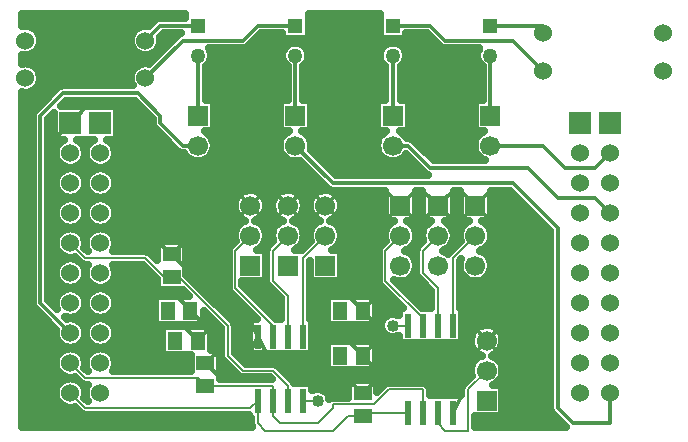
<source format=gtl>
G04 DipTrace 3.2.0.1*
G04 PCBTutorial.gtl*
%MOIN*%
G04 #@! TF.FileFunction,Copper,L1,Top*
G04 #@! TF.Part,Single*
G04 #@! TA.AperFunction,Conductor*
%ADD14C,0.006*%
G04 #@! TA.AperFunction,CopperBalancing*
%ADD15C,0.013*%
%ADD16C,0.025*%
%ADD17R,0.051181X0.059055*%
G04 #@! TA.AperFunction,ComponentPad*
%ADD18C,0.05*%
%ADD19R,0.05X0.05*%
%ADD20R,0.066929X0.066929*%
%ADD21C,0.066929*%
%ADD22R,0.059055X0.051181*%
G04 #@! TA.AperFunction,ComponentPad*
%ADD23C,0.06*%
%ADD24C,0.06*%
%ADD25R,0.023622X0.07874*%
G04 #@! TA.AperFunction,ComponentPad*
%ADD29R,0.074X0.074*%
G04 #@! TA.AperFunction,ViaPad*
%ADD30C,0.04*%
%FSLAX26Y26*%
G04*
G70*
G90*
G75*
G01*
G04 Top*
%LPD*%
X1394000Y544000D2*
D14*
X1444000D1*
X1744000Y794000D2*
X1694000D1*
X944197Y844000D2*
D3*
X969197Y744000D2*
D3*
X1519197Y844000D2*
D3*
Y694000D2*
D3*
X2019000Y1394000D2*
D15*
X2194000D1*
X2269000Y1319000D1*
X2369000D1*
X2419000Y1369000D1*
X1694000Y1394000D2*
X1744000D1*
X1819000Y1319000D1*
X2144000D1*
X2244000Y1219000D1*
X2369000D1*
X2419000Y1169000D1*
Y569000D2*
Y469000D1*
X2294000D1*
X2244000Y519000D1*
Y1119000D1*
X2094000Y1269000D1*
X1494000D1*
X1369000Y1394000D1*
X1044000D2*
X994000D1*
X919000Y1469000D1*
Y1494000D1*
X844000Y1569000D1*
X594000D1*
X519000Y1494000D1*
Y869000D1*
X619000Y769000D1*
X1294000Y756598D2*
D14*
Y794000D1*
X1169000Y919000D1*
Y1044000D1*
X1219000Y1094000D1*
X1344000Y756598D2*
Y894000D1*
X1294000Y944000D1*
Y1044000D1*
X1344000Y1094000D1*
X1394000Y756598D2*
Y1019000D1*
X1469000Y1094000D1*
X1894000Y794000D2*
Y1019000D1*
X1969000Y1094000D1*
X1844000Y794000D2*
Y919000D1*
X1794000Y969000D1*
Y1044000D1*
X1844000Y1094000D1*
X1794000Y794000D2*
Y819000D1*
X1669000Y944000D1*
Y1044000D1*
X1719000Y1094000D1*
X1844000Y502661D2*
Y469000D1*
X1869000Y444000D1*
X1944000D1*
Y581500D1*
X2006500Y644000D1*
X2019000Y1694000D2*
D15*
Y1494000D1*
X1694000Y1694000D2*
Y1494000D1*
X1369000Y1694000D2*
Y1494000D1*
X1044000Y1694000D2*
Y1494000D1*
X2194000Y1769000D2*
Y1794000D1*
X2019000D1*
X1694000D2*
X1819000D1*
X1869000Y1744000D1*
X2094000D1*
X2194000Y1644000D1*
X1369000Y1794000D2*
X1244000D1*
X1194000Y1744000D1*
X994000D1*
X869000Y1619000D1*
X1044000Y1794000D2*
X919000D1*
X869000Y1744000D1*
X956500Y956500D2*
D14*
X931500D1*
X869000Y1019000D1*
X669000D1*
X619000Y1069000D1*
X956500Y956500D2*
X981500D1*
X1144000Y794000D1*
Y694000D1*
X1194000Y644000D1*
X1294000D1*
X1344000Y594000D1*
Y544000D1*
X619000Y669000D2*
X669000Y619000D1*
X1044000D1*
X1069000Y594000D1*
X1294000D1*
Y544000D1*
Y494000D1*
X1319000Y469000D1*
X1444000D1*
X1494000Y519000D1*
Y531500D1*
X1631500D1*
X1681500Y581500D1*
X1794000D1*
Y502661D1*
X1744000D2*
X1602661D1*
X1594000Y494000D1*
X1544000D1*
X1494000Y444000D1*
X1269000D1*
X1244000Y469000D1*
Y544000D1*
X619000Y569000D2*
X669000Y519000D1*
X1219000D1*
X1244000Y544000D1*
D30*
X1444000D3*
X1694000Y794000D3*
X944197Y844000D3*
X969197Y744000D3*
X1519197Y844000D3*
Y694000D3*
X459018Y1806631D2*
D16*
X892917D1*
X1415583D2*
X1647382D1*
X502869Y1781762D2*
X835108D1*
X1415583D2*
X1647382D1*
X518873Y1756894D2*
X819139D1*
X920596D2*
X968202D1*
X1245600D2*
X1322415D1*
X1415583D2*
X1647382D1*
X1740585D2*
X1817402D1*
X519123Y1732025D2*
X818888D1*
X919125D2*
X943335D1*
X1220731D2*
X1344161D1*
X1393837D2*
X1669164D1*
X1718840D2*
X1842269D1*
X503945Y1707156D2*
X834031D1*
X903946D2*
X918467D1*
X1088606D2*
X1324425D1*
X1413609D2*
X1649392D1*
X1738576D2*
X1974395D1*
X459018Y1682287D2*
X893600D1*
X1089001D2*
X1323995D1*
X1414004D2*
X1648997D1*
X1739007D2*
X1974000D1*
X502079Y1657419D2*
X835933D1*
X1072100D2*
X1340895D1*
X1397102D2*
X1665899D1*
X1722105D2*
X1990902D1*
X518693Y1632550D2*
X819319D1*
X1072100D2*
X1340895D1*
X1397102D2*
X1665899D1*
X1722105D2*
X1990902D1*
X519268Y1607681D2*
X818709D1*
X1072100D2*
X1340895D1*
X1397102D2*
X1665899D1*
X1722105D2*
X1990902D1*
X504698Y1582812D2*
X569098D1*
X1072100D2*
X1340895D1*
X1397102D2*
X1665899D1*
X1722105D2*
X1990902D1*
X459018Y1557944D2*
X544231D1*
X1072100D2*
X1340895D1*
X1397102D2*
X1665899D1*
X1722105D2*
X1990902D1*
X459018Y1533075D2*
X519364D1*
X596777D2*
X841209D1*
X1099049D2*
X1313946D1*
X1424051D2*
X1638950D1*
X1749054D2*
X1963953D1*
X459018Y1508206D2*
X495213D1*
X777597D2*
X866076D1*
X1099049D2*
X1313946D1*
X1424051D2*
X1638950D1*
X1749054D2*
X1963953D1*
X459018Y1483337D2*
X490907D1*
X547114D2*
X560415D1*
X777597D2*
X890908D1*
X1099049D2*
X1313946D1*
X1424051D2*
X1638950D1*
X1749054D2*
X1963953D1*
X459018Y1458469D2*
X490907D1*
X547114D2*
X560415D1*
X777597D2*
X893168D1*
X1099049D2*
X1313946D1*
X1424051D2*
X1638950D1*
X1749054D2*
X1963953D1*
X459018Y1433600D2*
X490907D1*
X547114D2*
X560415D1*
X777597D2*
X915703D1*
X1081071D2*
X1331925D1*
X1406073D2*
X1656928D1*
X1731076D2*
X1981930D1*
X459018Y1408731D2*
X490907D1*
X547114D2*
X587651D1*
X650353D2*
X687660D1*
X750362D2*
X940572D1*
X1096967D2*
X1316028D1*
X1421970D2*
X1641031D1*
X1767966D2*
X1966034D1*
X459018Y1383862D2*
X490907D1*
X547114D2*
X569709D1*
X768303D2*
X965440D1*
X1098080D2*
X1314916D1*
X1423083D2*
X1639919D1*
X1792833D2*
X1964921D1*
X459018Y1358993D2*
X490907D1*
X547114D2*
X568417D1*
X769559D2*
X1002293D1*
X1085699D2*
X1327295D1*
X1442711D2*
X1652299D1*
X1817701D2*
X1977302D1*
X459018Y1334125D2*
X490907D1*
X547114D2*
X581945D1*
X656058D2*
X681954D1*
X756067D2*
X1390164D1*
X1467579D2*
X1765155D1*
X459018Y1309256D2*
X490907D1*
X547114D2*
X588404D1*
X649598D2*
X688378D1*
X749608D2*
X1415033D1*
X1492446D2*
X1790058D1*
X459018Y1284387D2*
X490907D1*
X547114D2*
X569888D1*
X768125D2*
X1439900D1*
X459018Y1259518D2*
X490907D1*
X547114D2*
X568310D1*
X769668D2*
X1464768D1*
X459018Y1234650D2*
X490907D1*
X547114D2*
X581407D1*
X656596D2*
X681416D1*
X756570D2*
X1183185D1*
X1254822D2*
X1308169D1*
X1379843D2*
X1433190D1*
X1504827D2*
X1663925D1*
X1774066D2*
X1788946D1*
X1899050D2*
X1913930D1*
X2024071D2*
X2089655D1*
X459018Y1209781D2*
X490907D1*
X547114D2*
X589157D1*
X648845D2*
X689167D1*
X748854D2*
X1166354D1*
X1271651D2*
X1291375D1*
X1396636D2*
X1416360D1*
X1521656D2*
X1663925D1*
X1774066D2*
X1788946D1*
X1899050D2*
X1913930D1*
X2024071D2*
X2114522D1*
X459018Y1184912D2*
X490907D1*
X547114D2*
X570067D1*
X767945D2*
X1164740D1*
X1273266D2*
X1289724D1*
X1398286D2*
X1414710D1*
X1523272D2*
X1663925D1*
X1774066D2*
X1788946D1*
X1899050D2*
X1913930D1*
X2024071D2*
X2139391D1*
X459018Y1160043D2*
X490907D1*
X547114D2*
X568238D1*
X769776D2*
X1176366D1*
X1261639D2*
X1301387D1*
X1386625D2*
X1426371D1*
X1511609D2*
X1663925D1*
X1774066D2*
X1788946D1*
X1899050D2*
X1913930D1*
X2024071D2*
X2164259D1*
X459018Y1135175D2*
X490907D1*
X547114D2*
X580904D1*
X657098D2*
X680913D1*
X757108D2*
X1183831D1*
X1254176D2*
X1308815D1*
X1379160D2*
X1433836D1*
X1504181D2*
X1683841D1*
X1754186D2*
X1808825D1*
X1879171D2*
X1933810D1*
X2004192D2*
X2189126D1*
X459018Y1110306D2*
X490907D1*
X547114D2*
X589948D1*
X648056D2*
X689957D1*
X748029D2*
X1166534D1*
X1271472D2*
X1291518D1*
X1396457D2*
X1416539D1*
X1521476D2*
X1666545D1*
X1771482D2*
X1791529D1*
X1896467D2*
X1916514D1*
X2021487D2*
X2213993D1*
X459018Y1085437D2*
X490907D1*
X547114D2*
X570247D1*
X767765D2*
X1164633D1*
X1273374D2*
X1289654D1*
X1398358D2*
X1414638D1*
X1523379D2*
X1664643D1*
X1773348D2*
X1789627D1*
X1898369D2*
X1914648D1*
X2023353D2*
X2215895D1*
X459018Y1060568D2*
X490907D1*
X547114D2*
X568130D1*
X769883D2*
X905369D1*
X1007615D2*
X1151822D1*
X1262070D2*
X1276807D1*
X1387055D2*
X1401827D1*
X1512075D2*
X1651797D1*
X1762080D2*
X1776816D1*
X1887066D2*
X1901802D1*
X2012050D2*
X2215895D1*
X459018Y1035699D2*
X490907D1*
X547114D2*
X580402D1*
X885969D2*
X905369D1*
X1007615D2*
X1144394D1*
X1524060D2*
X1644404D1*
X1753504D2*
X1769388D1*
X2003509D2*
X2215895D1*
X459018Y1010831D2*
X490907D1*
X547114D2*
X590773D1*
X1007615D2*
X1144394D1*
X1524060D2*
X1644404D1*
X2021308D2*
X2215895D1*
X459018Y985962D2*
X490907D1*
X547114D2*
X570427D1*
X767587D2*
X868301D1*
X1007615D2*
X1144394D1*
X1524060D2*
X1644404D1*
X2023461D2*
X2215895D1*
X459018Y961093D2*
X490907D1*
X547114D2*
X568058D1*
X769954D2*
X893168D1*
X1010665D2*
X1144394D1*
X1524060D2*
X1644404D1*
X2012480D2*
X2215895D1*
X459018Y936224D2*
X490907D1*
X547114D2*
X579936D1*
X658067D2*
X679945D1*
X758076D2*
X905369D1*
X1035533D2*
X1144394D1*
X1193604D2*
X1270814D1*
X1418597D2*
X1645803D1*
X1710514D2*
X1793037D1*
X1918608D2*
X2215895D1*
X459018Y911356D2*
X490907D1*
X547114D2*
X591669D1*
X646333D2*
X691678D1*
X746343D2*
X992891D1*
X1060402D2*
X1145757D1*
X1210396D2*
X1292883D1*
X1418597D2*
X1667873D1*
X1735383D2*
X1817904D1*
X1918608D2*
X2215895D1*
X459018Y886487D2*
X490907D1*
X547114D2*
X570606D1*
X767371D2*
X897008D1*
X1085269D2*
X1167755D1*
X1235265D2*
X1317751D1*
X1418597D2*
X1472017D1*
X1641186D2*
X1692776D1*
X1760251D2*
X1819411D1*
X1918608D2*
X2215895D1*
X459018Y861618D2*
X491983D1*
X770026D2*
X897008D1*
X1110136D2*
X1192622D1*
X1260133D2*
X1319402D1*
X1418597D2*
X1472017D1*
X1641186D2*
X1717643D1*
X1785154D2*
X1819411D1*
X1918608D2*
X2215895D1*
X459018Y836749D2*
X512545D1*
X658534D2*
X679478D1*
X758508D2*
X897008D1*
X1135004D2*
X1217490D1*
X1285000D2*
X1319402D1*
X1418597D2*
X1472017D1*
X1641186D2*
X1710575D1*
X1927399D2*
X2215895D1*
X459018Y811881D2*
X537413D1*
X645400D2*
X692576D1*
X745409D2*
X897008D1*
X1066178D2*
X1092362D1*
X1159871D2*
X1210600D1*
X1427424D2*
X1472017D1*
X1641186D2*
X1656713D1*
X1927399D2*
X2215895D1*
X459018Y787012D2*
X562281D1*
X767192D2*
X922020D1*
X1091190D2*
X1117230D1*
X1168592D2*
X1210600D1*
X1427424D2*
X1653016D1*
X1927399D2*
X1973785D1*
X2039214D2*
X2215895D1*
X459018Y762143D2*
X567878D1*
X770134D2*
X922020D1*
X1091190D2*
X1119382D1*
X1168592D2*
X1210600D1*
X1427424D2*
X1668841D1*
X1927399D2*
X1954659D1*
X2058340D2*
X2215895D1*
X459018Y737274D2*
X579038D1*
X658965D2*
X679012D1*
X758974D2*
X922020D1*
X1091190D2*
X1119382D1*
X1168592D2*
X1210600D1*
X1427424D2*
X1472017D1*
X1641186D2*
X1710575D1*
X1927399D2*
X1951860D1*
X2061139D2*
X2215895D1*
X459018Y712406D2*
X593535D1*
X644467D2*
X693545D1*
X744441D2*
X922020D1*
X1168592D2*
X1210600D1*
X1427424D2*
X1472017D1*
X1641186D2*
X1961979D1*
X2051020D2*
X2215895D1*
X459018Y687537D2*
X571037D1*
X766976D2*
X1017866D1*
X1184202D2*
X1472017D1*
X1641186D2*
X1974538D1*
X2038461D2*
X2215895D1*
X459018Y662668D2*
X567807D1*
X770206D2*
X1017866D1*
X1120113D2*
X1141594D1*
X1308325D2*
X1472017D1*
X1641186D2*
X1954874D1*
X2058125D2*
X2215895D1*
X459018Y637799D2*
X578572D1*
X1120113D2*
X1166462D1*
X1333946D2*
X1951787D1*
X2061211D2*
X2215895D1*
X459018Y612930D2*
X594576D1*
X1358814D2*
X1542887D1*
X1645134D2*
X1941669D1*
X2051415D2*
X2215895D1*
X459018Y588062D2*
X571252D1*
X1427424D2*
X1542887D1*
X1817593D2*
X1920390D1*
X2061570D2*
X2215895D1*
X459018Y563193D2*
X567735D1*
X1480570D2*
X1542887D1*
X1818598D2*
X1919385D1*
X2061570D2*
X2215895D1*
X459018Y538324D2*
X578177D1*
X2061570D2*
X2215895D1*
X459018Y513455D2*
X640795D1*
X2061570D2*
X2216505D1*
X459018Y488587D2*
X1210600D1*
X1968594D2*
X2235703D1*
X459018Y463718D2*
X1220038D1*
X1968594D2*
X2260571D1*
X1221909Y485530D2*
X1213089D1*
Y496906D1*
X667266Y496969D1*
X662171Y497982D1*
X657453Y500156D1*
X653369Y503378D1*
X634173Y522303D1*
X626681Y520504D1*
X619000Y519900D1*
X611319Y520504D1*
X603827Y522303D1*
X596709Y525252D1*
X590139Y529277D1*
X584281Y534281D1*
X579277Y540139D1*
X575252Y546709D1*
X572303Y553827D1*
X570504Y561319D1*
X569900Y569000D1*
X570504Y576681D1*
X572303Y584173D1*
X575252Y591291D1*
X579277Y597861D1*
X584281Y603719D1*
X590139Y608723D1*
X596709Y612748D1*
X603827Y615697D1*
X611319Y617496D1*
X619000Y618100D1*
X626681Y617496D1*
X634173Y615697D1*
X641291Y612748D1*
X647861Y608723D1*
X646877Y609869D1*
X634173Y622303D1*
X626681Y620504D1*
X619000Y619900D1*
X611319Y620504D1*
X603827Y622303D1*
X596709Y625252D1*
X590139Y629277D1*
X584281Y634281D1*
X579277Y640139D1*
X575252Y646709D1*
X572303Y653827D1*
X570504Y661319D1*
X569900Y669000D1*
X570504Y676681D1*
X572303Y684173D1*
X575252Y691291D1*
X579277Y697861D1*
X584281Y703719D1*
X590139Y708723D1*
X596709Y712748D1*
X603827Y715697D1*
X611319Y717496D1*
X619000Y718100D1*
X626681Y717496D1*
X634173Y715697D1*
X641291Y712748D1*
X647861Y708723D1*
X653719Y703719D1*
X658723Y697861D1*
X662748Y691291D1*
X665697Y684173D1*
X667496Y676681D1*
X668100Y669000D1*
X667496Y661319D1*
X665629Y653643D1*
X678186Y641100D1*
X678581D1*
X675252Y646709D1*
X672303Y653827D1*
X670504Y661319D1*
X669900Y669000D1*
X670504Y676681D1*
X672303Y684173D1*
X675252Y691291D1*
X679277Y697861D1*
X684281Y703719D1*
X690139Y708723D1*
X696709Y712748D1*
X703827Y715697D1*
X711319Y717496D1*
X719000Y718100D1*
X726681Y717496D1*
X734173Y715697D1*
X741291Y712748D1*
X747861Y708723D1*
X753719Y703719D1*
X758723Y697861D1*
X762748Y691291D1*
X765697Y684173D1*
X767496Y676681D1*
X768100Y669000D1*
X767496Y661319D1*
X765697Y653827D1*
X762748Y646709D1*
X759367Y641104D1*
X1020343Y641100D1*
X1020373Y695371D1*
X924507Y695373D1*
Y792627D1*
X1088690D1*
Y713488D1*
X1117627Y713493D1*
Y616119D1*
X1290657Y616100D1*
X1284814Y621900D1*
X1192266Y621969D1*
X1187171Y622982D1*
X1182453Y625156D1*
X1178373Y628373D1*
X1127196Y679647D1*
X1124308Y683967D1*
X1122510Y688841D1*
X1121900Y694007D1*
X1121877Y784869D1*
X1063690Y843021D1*
Y795373D1*
X899507D1*
Y892627D1*
X1014119D1*
X994932Y911815D1*
X907873Y911810D1*
Y948878D1*
X859814Y996900D1*
X759374D1*
X762748Y991291D1*
X765697Y984173D1*
X767496Y976681D1*
X768100Y969000D1*
X767496Y961319D1*
X765697Y953827D1*
X762748Y946709D1*
X758723Y940139D1*
X753719Y934281D1*
X747861Y929277D1*
X741291Y925252D1*
X734173Y922303D1*
X726681Y920504D1*
X719000Y919900D1*
X711319Y920504D1*
X703827Y922303D1*
X696709Y925252D1*
X690139Y929277D1*
X684281Y934281D1*
X679277Y940139D1*
X675252Y946709D1*
X672303Y953827D1*
X670504Y961319D1*
X669900Y969000D1*
X670504Y976681D1*
X672303Y984173D1*
X675252Y991291D1*
X678633Y996896D1*
X665543Y997172D1*
X660542Y998583D1*
X656336Y1000888D1*
X660865Y994655D1*
X664362Y987790D1*
X666743Y980462D1*
X667949Y972852D1*
Y965148D1*
X666743Y957538D1*
X664362Y950210D1*
X660865Y943345D1*
X656336Y937112D1*
X650888Y931664D1*
X644655Y927135D1*
X637790Y923638D1*
X630462Y921257D1*
X622852Y920051D1*
X615148D1*
X607538Y921257D1*
X600210Y923638D1*
X593345Y927135D1*
X587112Y931664D1*
X581664Y937112D1*
X577135Y943345D1*
X573638Y950210D1*
X571257Y957538D1*
X570051Y965148D1*
Y972852D1*
X571257Y980462D1*
X573638Y987790D1*
X577135Y994655D1*
X581664Y1000888D1*
X587112Y1006336D1*
X593345Y1010865D1*
X600210Y1014362D1*
X607538Y1016743D1*
X615148Y1017949D1*
X622852D1*
X630462Y1016743D1*
X637790Y1014362D1*
X644655Y1010865D1*
X648629Y1008117D1*
X634173Y1022303D1*
X626681Y1020504D1*
X619000Y1019900D1*
X611319Y1020504D1*
X603827Y1022303D1*
X596709Y1025252D1*
X590139Y1029277D1*
X584281Y1034281D1*
X579277Y1040139D1*
X575252Y1046709D1*
X572303Y1053827D1*
X570504Y1061319D1*
X569900Y1069000D1*
X570504Y1076681D1*
X572303Y1084173D1*
X575252Y1091291D1*
X579277Y1097861D1*
X584281Y1103719D1*
X590139Y1108723D1*
X596709Y1112748D1*
X603827Y1115697D1*
X611319Y1117496D1*
X619000Y1118100D1*
X626681Y1117496D1*
X634173Y1115697D1*
X641291Y1112748D1*
X647861Y1108723D1*
X653719Y1103719D1*
X658723Y1097861D1*
X662748Y1091291D1*
X665697Y1084173D1*
X667496Y1076681D1*
X668100Y1069000D1*
X667496Y1061319D1*
X665629Y1053643D1*
X678186Y1041100D1*
X678581D1*
X675252Y1046709D1*
X672303Y1053827D1*
X670504Y1061319D1*
X669900Y1069000D1*
X670504Y1076681D1*
X672303Y1084173D1*
X675252Y1091291D1*
X679277Y1097861D1*
X684281Y1103719D1*
X690139Y1108723D1*
X696709Y1112748D1*
X703827Y1115697D1*
X711319Y1117496D1*
X719000Y1118100D1*
X726681Y1117496D1*
X734173Y1115697D1*
X741291Y1112748D1*
X747861Y1108723D1*
X753719Y1103719D1*
X758723Y1097861D1*
X762748Y1091291D1*
X765697Y1084173D1*
X767496Y1076681D1*
X768100Y1069000D1*
X767496Y1061319D1*
X765697Y1053827D1*
X762748Y1046709D1*
X759367Y1041104D1*
X870734Y1041031D1*
X875829Y1040018D1*
X880547Y1037844D1*
X884631Y1034622D1*
X907895Y1011360D1*
X907873Y1075993D1*
X1005127D1*
Y964122D1*
X1160804Y808353D1*
X1163692Y804033D1*
X1165490Y799159D1*
X1166100Y794000D1*
X1166123Y703131D1*
X1203186Y666100D1*
X1295734Y666031D1*
X1300829Y665018D1*
X1305547Y662844D1*
X1309627Y659627D1*
X1360804Y608353D1*
X1363694Y604028D1*
X1368207Y602470D1*
X1424911D1*
Y578105D1*
X1429037Y580123D1*
X1434873Y582020D1*
X1440932Y582979D1*
X1447068D1*
X1453127Y582020D1*
X1458963Y580123D1*
X1464429Y577339D1*
X1469394Y573732D1*
X1473732Y569394D1*
X1477339Y564429D1*
X1480123Y558963D1*
X1482020Y553127D1*
X1482560Y550411D1*
X1487171Y552518D1*
X1492266Y553531D1*
X1545350Y553600D1*
X1545373Y613493D1*
X1642627D1*
Y573885D1*
X1667147Y598304D1*
X1671467Y601192D1*
X1676341Y602990D1*
X1681500Y603600D1*
X1795734Y603531D1*
X1800829Y602518D1*
X1805547Y600344D1*
X1809627Y597127D1*
X1812844Y593047D1*
X1815018Y588329D1*
X1816031Y583234D1*
X1816100Y561154D1*
X1921903Y561131D1*
X1921969Y583234D1*
X1922982Y588329D1*
X1925156Y593047D1*
X1928373Y597127D1*
X1957172Y625927D1*
X1955388Y631730D1*
X1954097Y639875D1*
Y648125D1*
X1955388Y656270D1*
X1957937Y664115D1*
X1961681Y671465D1*
X1966530Y678138D1*
X1972362Y683970D1*
X1979035Y688819D1*
X1986385Y692563D1*
X1990133Y694049D1*
X1983331Y696818D1*
X1976982Y700507D1*
X1971209Y705045D1*
X1966125Y710343D1*
X1961828Y716297D1*
X1958403Y722793D1*
X1955917Y729702D1*
X1954419Y736891D1*
X1953936Y744218D1*
X1954479Y751541D1*
X1956038Y758717D1*
X1958581Y765605D1*
X1962059Y772072D1*
X1966406Y777991D1*
X1971533Y783247D1*
X1977344Y787738D1*
X1983723Y791374D1*
X1990547Y794085D1*
X1997682Y795820D1*
X2004990Y796543D1*
X2012327Y796240D1*
X2019550Y794919D1*
X2026518Y792604D1*
X2033096Y789340D1*
X2039155Y785190D1*
X2044576Y780239D1*
X2049255Y774579D1*
X2053098Y768322D1*
X2056034Y761591D1*
X2058001Y754517D1*
X2058965Y747236D1*
X2058936Y740328D1*
X2057913Y733056D1*
X2055886Y725999D1*
X2052896Y719293D1*
X2049000Y713068D1*
X2044274Y707448D1*
X2038812Y702539D1*
X2032719Y698441D1*
X2026114Y695232D1*
X2022743Y693992D1*
X2030364Y690836D1*
X2037396Y686526D1*
X2043669Y681169D1*
X2049026Y674896D1*
X2053336Y667864D1*
X2056492Y660243D1*
X2058417Y652223D1*
X2059064Y644000D1*
X2058417Y635777D1*
X2056492Y627757D1*
X2053336Y620136D1*
X2049026Y613104D1*
X2043669Y606831D1*
X2037396Y601474D1*
X2030364Y597164D1*
X2029060Y596564D1*
X2059064D1*
Y491436D1*
X1966089D1*
X1966100Y456516D1*
X2270325Y456500D1*
X2224534Y502374D1*
X2222172Y505625D1*
X2220349Y509203D1*
X2219108Y513024D1*
X2218479Y516991D1*
X2218400Y638423D1*
Y1108398D1*
X2083373Y1243424D1*
X2021550Y1243400D1*
X2021564Y1141436D1*
X1991644D1*
X1996465Y1138819D1*
X2003138Y1133970D1*
X2008970Y1128138D1*
X2013819Y1121465D1*
X2017563Y1114115D1*
X2020112Y1106270D1*
X2021403Y1098125D1*
Y1089875D1*
X2020112Y1081730D1*
X2017563Y1073885D1*
X2013819Y1066535D1*
X2008970Y1059862D1*
X2003138Y1054030D1*
X1996465Y1049181D1*
X1989115Y1045437D1*
X1985243Y1043992D1*
X1992864Y1040836D1*
X1999896Y1036526D1*
X2006169Y1031169D1*
X2011526Y1024896D1*
X2015836Y1017864D1*
X2018992Y1010243D1*
X2020917Y1002223D1*
X2021564Y994000D1*
X2020917Y985777D1*
X2018992Y977757D1*
X2015836Y970136D1*
X2011526Y963104D1*
X2006169Y956831D1*
X1999896Y951474D1*
X1992864Y947164D1*
X1985243Y944008D1*
X1977223Y942083D1*
X1969000Y941436D1*
X1960777Y942083D1*
X1952757Y944008D1*
X1945136Y947164D1*
X1938104Y951474D1*
X1931831Y956831D1*
X1926474Y963104D1*
X1922164Y970136D1*
X1919008Y977757D1*
X1917083Y985777D1*
X1916436Y994000D1*
X1917083Y1002223D1*
X1919008Y1010243D1*
X1920497Y1014247D1*
X1916100Y1009814D1*
Y852462D1*
X1924911Y852470D1*
Y735530D1*
X1713089D1*
Y759895D1*
X1708963Y757877D1*
X1703127Y755980D1*
X1697068Y755021D1*
X1690932D1*
X1684873Y755980D1*
X1679037Y757877D1*
X1673571Y760661D1*
X1668606Y764268D1*
X1664268Y768606D1*
X1660661Y773571D1*
X1657877Y779037D1*
X1655980Y784873D1*
X1655021Y790932D1*
Y797068D1*
X1655980Y803127D1*
X1657877Y808963D1*
X1660661Y814429D1*
X1664268Y819394D1*
X1668606Y823732D1*
X1673571Y827339D1*
X1679037Y830123D1*
X1684873Y832020D1*
X1690932Y832979D1*
X1697068D1*
X1703127Y832020D1*
X1708963Y830123D1*
X1713080Y828094D1*
X1713089Y852470D1*
X1729273D1*
X1652196Y929647D1*
X1649308Y933967D1*
X1647510Y938841D1*
X1646900Y944000D1*
X1646969Y1045734D1*
X1647982Y1050829D1*
X1650156Y1055547D1*
X1653373Y1059627D1*
X1669638Y1075892D1*
X1667888Y1081730D1*
X1666597Y1089875D1*
Y1098125D1*
X1667888Y1106270D1*
X1670437Y1114115D1*
X1674181Y1121465D1*
X1679030Y1128138D1*
X1684862Y1133970D1*
X1691535Y1138819D1*
X1696236Y1141436D1*
X1666436D1*
Y1243396D1*
X1491991Y1243479D1*
X1488024Y1244108D1*
X1484203Y1245349D1*
X1480625Y1247172D1*
X1477374Y1249534D1*
X1391454Y1335343D1*
X1383360Y1343437D1*
X1377223Y1342083D1*
X1369000Y1341436D1*
X1360777Y1342083D1*
X1352757Y1344008D1*
X1345136Y1347164D1*
X1338104Y1351474D1*
X1331831Y1356831D1*
X1326474Y1363104D1*
X1322164Y1370136D1*
X1319008Y1377757D1*
X1317083Y1385777D1*
X1316436Y1394000D1*
X1317083Y1402223D1*
X1319008Y1410243D1*
X1322164Y1417864D1*
X1326474Y1424896D1*
X1331831Y1431169D1*
X1338104Y1436526D1*
X1345136Y1440836D1*
X1346440Y1441436D1*
X1316436D1*
Y1546564D1*
X1343385D1*
X1343400Y1658098D1*
X1337816Y1662816D1*
X1333323Y1668079D1*
X1329706Y1673979D1*
X1327059Y1680373D1*
X1325444Y1687101D1*
X1324900Y1694000D1*
X1325444Y1700899D1*
X1327059Y1707627D1*
X1329706Y1714021D1*
X1333323Y1719921D1*
X1337816Y1725184D1*
X1343079Y1729677D1*
X1348979Y1733294D1*
X1355373Y1735941D1*
X1362101Y1737556D1*
X1369000Y1738100D1*
X1375899Y1737556D1*
X1382627Y1735941D1*
X1389021Y1733294D1*
X1394921Y1729677D1*
X1400184Y1725184D1*
X1404677Y1719921D1*
X1408294Y1714021D1*
X1410941Y1707627D1*
X1412556Y1700899D1*
X1413100Y1694000D1*
X1412556Y1687101D1*
X1410941Y1680373D1*
X1408294Y1673979D1*
X1404677Y1668079D1*
X1400184Y1662816D1*
X1394596Y1658105D1*
X1394600Y1546552D1*
X1421564Y1546564D1*
Y1441436D1*
X1391673D1*
X1396465Y1438819D1*
X1403138Y1433970D1*
X1408970Y1428138D1*
X1413819Y1421465D1*
X1417563Y1414115D1*
X1420112Y1406270D1*
X1421403Y1398125D1*
Y1389875D1*
X1420112Y1381730D1*
X1419580Y1379623D1*
X1504609Y1294596D1*
X1811089Y1294652D1*
X1807378Y1296190D1*
X1803953Y1298289D1*
X1800892Y1300904D1*
X1737438Y1364358D1*
X1733970Y1359862D1*
X1728138Y1354030D1*
X1721465Y1349181D1*
X1714115Y1345437D1*
X1706270Y1342888D1*
X1698125Y1341597D1*
X1689875D1*
X1681730Y1342888D1*
X1673885Y1345437D1*
X1666535Y1349181D1*
X1659862Y1354030D1*
X1654030Y1359862D1*
X1649181Y1366535D1*
X1645437Y1373885D1*
X1642888Y1381730D1*
X1641597Y1389875D1*
Y1398125D1*
X1642888Y1406270D1*
X1645437Y1414115D1*
X1649181Y1421465D1*
X1654030Y1428138D1*
X1659862Y1433970D1*
X1666535Y1438819D1*
X1671440Y1441436D1*
X1641436D1*
Y1546564D1*
X1668385D1*
X1668400Y1658098D1*
X1662816Y1662816D1*
X1658323Y1668079D1*
X1654706Y1673979D1*
X1652059Y1680373D1*
X1650444Y1687101D1*
X1649900Y1694000D1*
X1650444Y1700899D1*
X1652059Y1707627D1*
X1654706Y1714021D1*
X1658323Y1719921D1*
X1662816Y1725184D1*
X1668079Y1729677D1*
X1673979Y1733294D1*
X1680373Y1735941D1*
X1687101Y1737556D1*
X1694000Y1738100D1*
X1700899Y1737556D1*
X1707627Y1735941D1*
X1714021Y1733294D1*
X1719921Y1729677D1*
X1725184Y1725184D1*
X1729677Y1719921D1*
X1733294Y1714021D1*
X1735941Y1707627D1*
X1737556Y1700899D1*
X1738100Y1694000D1*
X1737556Y1687101D1*
X1735941Y1680373D1*
X1733294Y1673979D1*
X1729677Y1668079D1*
X1725184Y1662816D1*
X1719596Y1658105D1*
X1719600Y1546552D1*
X1746564Y1546564D1*
Y1441436D1*
X1716673D1*
X1721465Y1438819D1*
X1728138Y1433970D1*
X1733970Y1428138D1*
X1738819Y1421465D1*
X1739932Y1419600D1*
X1748005Y1419285D1*
X1751911Y1418348D1*
X1755622Y1416810D1*
X1759047Y1414711D1*
X1762102Y1412102D1*
X1829622Y1344581D1*
X2001041Y1344600D1*
X1995136Y1347164D1*
X1988104Y1351474D1*
X1981831Y1356831D1*
X1976474Y1363104D1*
X1972164Y1370136D1*
X1969008Y1377757D1*
X1967083Y1385777D1*
X1966436Y1394000D1*
X1967083Y1402223D1*
X1969008Y1410243D1*
X1972164Y1417864D1*
X1976474Y1424896D1*
X1981831Y1431169D1*
X1988104Y1436526D1*
X1995136Y1440836D1*
X1996440Y1441436D1*
X1966436D1*
Y1546564D1*
X1993385D1*
X1993400Y1658098D1*
X1987816Y1662816D1*
X1983323Y1668079D1*
X1979706Y1673979D1*
X1977059Y1680373D1*
X1975444Y1687101D1*
X1974900Y1694000D1*
X1975444Y1700899D1*
X1977059Y1707627D1*
X1979706Y1714021D1*
X1982308Y1718403D1*
X1866991Y1718479D1*
X1863024Y1719108D1*
X1859203Y1720349D1*
X1855625Y1722172D1*
X1852374Y1724534D1*
X1808396Y1768399D1*
X1738081Y1768400D1*
X1738100Y1749900D1*
X1649900D1*
Y1831465D1*
X1413064Y1831500D1*
X1413100Y1749900D1*
X1324900D1*
Y1768381D1*
X1254636Y1768400D1*
X1210626Y1724534D1*
X1207377Y1722172D1*
X1203797Y1720349D1*
X1199976Y1719108D1*
X1196009Y1718479D1*
X1080714Y1718400D1*
X1083294Y1714021D1*
X1085941Y1707627D1*
X1087556Y1700899D1*
X1088100Y1694000D1*
X1087556Y1687101D1*
X1085941Y1680373D1*
X1083294Y1673979D1*
X1079677Y1668079D1*
X1075184Y1662816D1*
X1069596Y1658105D1*
X1069600Y1546552D1*
X1096564Y1546564D1*
Y1441436D1*
X1066673D1*
X1071465Y1438819D1*
X1078138Y1433970D1*
X1083970Y1428138D1*
X1088819Y1421465D1*
X1092563Y1414115D1*
X1095112Y1406270D1*
X1096403Y1398125D1*
Y1389875D1*
X1095112Y1381730D1*
X1092563Y1373885D1*
X1088819Y1366535D1*
X1083970Y1359862D1*
X1078138Y1354030D1*
X1071465Y1349181D1*
X1064115Y1345437D1*
X1056270Y1342888D1*
X1048125Y1341597D1*
X1039875D1*
X1031730Y1342888D1*
X1023885Y1345437D1*
X1016535Y1349181D1*
X1009862Y1354030D1*
X1004030Y1359862D1*
X999181Y1366535D1*
X998068Y1368400D1*
X989995Y1368715D1*
X986089Y1369654D1*
X982378Y1371190D1*
X978953Y1373289D1*
X975898Y1375898D1*
X899534Y1452374D1*
X897172Y1455623D1*
X895349Y1459203D1*
X894108Y1463024D1*
X893479Y1466991D1*
X893400Y1483390D1*
X833378Y1543419D1*
X604617Y1543400D1*
X586297Y1525093D1*
X775100Y1525100D1*
Y1412900D1*
X741291Y1412748D1*
X747861Y1408723D1*
X753719Y1403719D1*
X758723Y1397861D1*
X762748Y1391291D1*
X765697Y1384173D1*
X767496Y1376681D1*
X768100Y1369000D1*
X767496Y1361319D1*
X765697Y1353827D1*
X762748Y1346709D1*
X758723Y1340139D1*
X753719Y1334281D1*
X747861Y1329277D1*
X741291Y1325252D1*
X734173Y1322303D1*
X726681Y1320504D1*
X719000Y1319900D1*
X711319Y1320504D1*
X703827Y1322303D1*
X696709Y1325252D1*
X690139Y1329277D1*
X684281Y1334281D1*
X679277Y1340139D1*
X675252Y1346709D1*
X672303Y1353827D1*
X670504Y1361319D1*
X669900Y1369000D1*
X670504Y1376681D1*
X672303Y1384173D1*
X675252Y1391291D1*
X679277Y1397861D1*
X684281Y1403719D1*
X690139Y1408723D1*
X697024Y1412894D1*
X640988Y1412900D1*
X647861Y1408723D1*
X653719Y1403719D1*
X658723Y1397861D1*
X662748Y1391291D1*
X665697Y1384173D1*
X667496Y1376681D1*
X668100Y1369000D1*
X667496Y1361319D1*
X665697Y1353827D1*
X662748Y1346709D1*
X658723Y1340139D1*
X653719Y1334281D1*
X647861Y1329277D1*
X641291Y1325252D1*
X634173Y1322303D1*
X626681Y1320504D1*
X619000Y1319900D1*
X611319Y1320504D1*
X603827Y1322303D1*
X596709Y1325252D1*
X590139Y1329277D1*
X584281Y1334281D1*
X579277Y1340139D1*
X575252Y1346709D1*
X572303Y1353827D1*
X570504Y1361319D1*
X569900Y1369000D1*
X570504Y1376681D1*
X572303Y1384173D1*
X575252Y1391291D1*
X579277Y1397861D1*
X584281Y1403719D1*
X590139Y1408723D1*
X597024Y1412894D1*
X562900Y1412900D1*
Y1501698D1*
X544581Y1483378D1*
X544600Y879627D1*
X573412Y850791D1*
X571257Y857538D1*
X570051Y865148D1*
Y872852D1*
X571257Y880462D1*
X573638Y887790D1*
X577135Y894655D1*
X581664Y900888D1*
X587112Y906336D1*
X593345Y910865D1*
X600210Y914362D1*
X607538Y916743D1*
X615148Y917949D1*
X622852D1*
X630462Y916743D1*
X637790Y914362D1*
X644655Y910865D1*
X650888Y906336D1*
X656336Y900888D1*
X660865Y894655D1*
X664362Y887790D1*
X666743Y880462D1*
X667949Y872852D1*
Y865148D1*
X666743Y857538D1*
X664362Y850210D1*
X660865Y843345D1*
X656336Y837112D1*
X650888Y831664D1*
X644655Y827135D1*
X637790Y823638D1*
X630462Y821257D1*
X622852Y820051D1*
X615148D1*
X607538Y821257D1*
X600761Y823434D1*
X607538Y816743D1*
X615148Y817949D1*
X622852D1*
X630462Y816743D1*
X637790Y814362D1*
X644655Y810865D1*
X650888Y806336D1*
X656336Y800888D1*
X660865Y794655D1*
X664362Y787790D1*
X666743Y780462D1*
X667949Y772852D1*
Y765148D1*
X666743Y757538D1*
X664362Y750210D1*
X660865Y743345D1*
X656336Y737112D1*
X650888Y731664D1*
X644655Y727135D1*
X637790Y723638D1*
X630462Y721257D1*
X622852Y720051D1*
X615148D1*
X607538Y721257D1*
X600210Y723638D1*
X593345Y727135D1*
X587112Y731664D1*
X581664Y737112D1*
X577135Y743345D1*
X573638Y750210D1*
X571257Y757538D1*
X570051Y765148D1*
Y772852D1*
X571277Y780534D1*
X499534Y852374D1*
X497172Y855623D1*
X495349Y859203D1*
X494108Y863024D1*
X493479Y866991D1*
X493400Y988423D1*
X493479Y1496009D1*
X494108Y1499976D1*
X495349Y1503797D1*
X497172Y1507377D1*
X499534Y1510626D1*
X575898Y1587102D1*
X578953Y1589711D1*
X582378Y1591810D1*
X586089Y1593348D1*
X589995Y1594285D1*
X594008Y1594600D1*
X826421D1*
X823638Y1600210D1*
X821257Y1607538D1*
X820051Y1615148D1*
Y1622852D1*
X821257Y1630462D1*
X823638Y1637790D1*
X827135Y1644655D1*
X831664Y1650888D1*
X837112Y1656336D1*
X843345Y1660865D1*
X850210Y1664362D1*
X857538Y1666743D1*
X865148Y1667949D1*
X872852D1*
X880534Y1666723D1*
X977374Y1763466D1*
X980623Y1765828D1*
X984203Y1767651D1*
X986097Y1768349D1*
X929636Y1768400D1*
X916743Y1755462D1*
X917949Y1747852D1*
Y1740148D1*
X916743Y1732538D1*
X914362Y1725210D1*
X910865Y1718345D1*
X906336Y1712112D1*
X900888Y1706664D1*
X894655Y1702135D1*
X887790Y1698638D1*
X880462Y1696257D1*
X872852Y1695051D1*
X865148D1*
X857538Y1696257D1*
X850210Y1698638D1*
X843345Y1702135D1*
X837112Y1706664D1*
X831664Y1712112D1*
X827135Y1718345D1*
X823638Y1725210D1*
X821257Y1732538D1*
X820051Y1740148D1*
Y1747852D1*
X821257Y1755462D1*
X823638Y1762790D1*
X827135Y1769655D1*
X831664Y1775888D1*
X837112Y1781336D1*
X843345Y1785865D1*
X850210Y1789362D1*
X857538Y1791743D1*
X865148Y1792949D1*
X872852D1*
X880534Y1791723D1*
X902374Y1813466D1*
X905623Y1815828D1*
X909203Y1817651D1*
X913024Y1818892D1*
X916991Y1819521D1*
X999919Y1819600D1*
X999900Y1831465D1*
X456535Y1831500D1*
X456500Y1791501D1*
X465148Y1792949D1*
X472852D1*
X480462Y1791743D1*
X487790Y1789362D1*
X494655Y1785865D1*
X500888Y1781336D1*
X506336Y1775888D1*
X510865Y1769655D1*
X514362Y1762790D1*
X516743Y1755462D1*
X517949Y1747852D1*
Y1740148D1*
X516743Y1732538D1*
X514362Y1725210D1*
X510865Y1718345D1*
X506336Y1712112D1*
X500888Y1706664D1*
X494655Y1702135D1*
X487790Y1698638D1*
X480462Y1696257D1*
X472852Y1695051D1*
X465148D1*
X457538Y1696257D1*
X456509Y1696547D1*
X456500Y1666480D1*
X461319Y1667496D1*
X469000Y1668100D1*
X476681Y1667496D1*
X484173Y1665697D1*
X491291Y1662748D1*
X497861Y1658723D1*
X503719Y1653719D1*
X508723Y1647861D1*
X512748Y1641291D1*
X515697Y1634173D1*
X517496Y1626681D1*
X518100Y1619000D1*
X517496Y1611319D1*
X515697Y1603827D1*
X512748Y1596709D1*
X508723Y1590139D1*
X503719Y1584281D1*
X497861Y1579277D1*
X491291Y1575252D1*
X484173Y1572303D1*
X476681Y1570504D1*
X469000Y1569900D1*
X461319Y1570504D1*
X456509Y1571547D1*
X456500Y456466D1*
X1225808Y456500D1*
X1223583Y460543D1*
X1222172Y465543D1*
X1221900Y469000D1*
Y485542D1*
X1416091Y815068D2*
X1424911D1*
Y698129D1*
X1213089D1*
Y815068D1*
X1241675D1*
X1152196Y904647D1*
X1149308Y908967D1*
X1147510Y913841D1*
X1146900Y919000D1*
X1146969Y1045734D1*
X1147982Y1050829D1*
X1150156Y1055547D1*
X1153373Y1059627D1*
X1169638Y1075892D1*
X1167888Y1081730D1*
X1166597Y1089875D1*
Y1098125D1*
X1167888Y1106270D1*
X1170437Y1114115D1*
X1174181Y1121465D1*
X1179030Y1128138D1*
X1184862Y1133970D1*
X1191535Y1138819D1*
X1198885Y1142563D1*
X1202633Y1144049D1*
X1195831Y1146818D1*
X1189482Y1150507D1*
X1183709Y1155045D1*
X1178625Y1160343D1*
X1174328Y1166297D1*
X1170903Y1172793D1*
X1168417Y1179702D1*
X1166919Y1186891D1*
X1166436Y1194218D1*
X1166979Y1201541D1*
X1168538Y1208717D1*
X1171081Y1215605D1*
X1174559Y1222072D1*
X1178906Y1227991D1*
X1184033Y1233247D1*
X1189844Y1237738D1*
X1196223Y1241374D1*
X1203047Y1244085D1*
X1210182Y1245820D1*
X1217490Y1246543D1*
X1224827Y1246240D1*
X1232050Y1244919D1*
X1239018Y1242604D1*
X1245596Y1239340D1*
X1251655Y1235190D1*
X1257076Y1230239D1*
X1261755Y1224579D1*
X1265598Y1218322D1*
X1268534Y1211591D1*
X1270501Y1204517D1*
X1271465Y1197236D1*
X1271436Y1190328D1*
X1270413Y1183056D1*
X1268386Y1175999D1*
X1265396Y1169293D1*
X1261500Y1163068D1*
X1256774Y1157448D1*
X1251312Y1152539D1*
X1245219Y1148441D1*
X1238614Y1145232D1*
X1235243Y1143992D1*
X1242864Y1140836D1*
X1249896Y1136526D1*
X1256169Y1131169D1*
X1261526Y1124896D1*
X1265836Y1117864D1*
X1268992Y1110243D1*
X1270917Y1102223D1*
X1271564Y1094000D1*
X1270917Y1085777D1*
X1268992Y1077757D1*
X1265836Y1070136D1*
X1261526Y1063104D1*
X1256169Y1056831D1*
X1249896Y1051474D1*
X1242864Y1047164D1*
X1241560Y1046564D1*
X1271564D1*
Y941436D1*
X1191076D1*
X1191123Y928131D1*
X1304164Y815091D1*
X1321881Y815068D1*
X1321877Y884869D1*
X1277196Y929647D1*
X1274308Y933967D1*
X1272510Y938841D1*
X1271900Y944000D1*
X1271969Y1045734D1*
X1272982Y1050829D1*
X1275156Y1055547D1*
X1278378Y1059631D1*
X1294638Y1075892D1*
X1292888Y1081730D1*
X1291597Y1089875D1*
Y1098125D1*
X1292888Y1106270D1*
X1295437Y1114115D1*
X1299181Y1121465D1*
X1304030Y1128138D1*
X1309862Y1133970D1*
X1316535Y1138819D1*
X1323885Y1142563D1*
X1327633Y1144049D1*
X1320831Y1146818D1*
X1314482Y1150507D1*
X1308709Y1155045D1*
X1303625Y1160343D1*
X1299328Y1166297D1*
X1295903Y1172793D1*
X1293417Y1179702D1*
X1291919Y1186891D1*
X1291436Y1194218D1*
X1291979Y1201541D1*
X1293538Y1208717D1*
X1296081Y1215605D1*
X1299559Y1222072D1*
X1303906Y1227991D1*
X1309033Y1233247D1*
X1314844Y1237738D1*
X1321223Y1241374D1*
X1328047Y1244085D1*
X1335182Y1245820D1*
X1342490Y1246543D1*
X1349827Y1246240D1*
X1357050Y1244919D1*
X1364018Y1242604D1*
X1370596Y1239340D1*
X1376655Y1235190D1*
X1382076Y1230239D1*
X1386755Y1224579D1*
X1390598Y1218322D1*
X1393534Y1211591D1*
X1395501Y1204517D1*
X1396465Y1197236D1*
X1396436Y1190328D1*
X1395413Y1183056D1*
X1393386Y1175999D1*
X1390396Y1169293D1*
X1386500Y1163068D1*
X1381774Y1157448D1*
X1376312Y1152539D1*
X1370219Y1148441D1*
X1363614Y1145232D1*
X1360243Y1143992D1*
X1367864Y1140836D1*
X1374896Y1136526D1*
X1381169Y1131169D1*
X1386526Y1124896D1*
X1390836Y1117864D1*
X1393992Y1110243D1*
X1395917Y1102223D1*
X1396564Y1094000D1*
X1395917Y1085777D1*
X1393992Y1077757D1*
X1390836Y1070136D1*
X1386526Y1063104D1*
X1381169Y1056831D1*
X1374896Y1051474D1*
X1367864Y1047164D1*
X1366560Y1046564D1*
X1390297D1*
X1419656Y1075911D1*
X1417888Y1081730D1*
X1416597Y1089875D1*
Y1098125D1*
X1417888Y1106270D1*
X1420437Y1114115D1*
X1424181Y1121465D1*
X1429030Y1128138D1*
X1434862Y1133970D1*
X1441535Y1138819D1*
X1448885Y1142563D1*
X1452633Y1144049D1*
X1445831Y1146818D1*
X1439482Y1150507D1*
X1433709Y1155045D1*
X1428625Y1160343D1*
X1424328Y1166297D1*
X1420903Y1172793D1*
X1418417Y1179702D1*
X1416919Y1186891D1*
X1416436Y1194218D1*
X1416979Y1201541D1*
X1418538Y1208717D1*
X1421081Y1215605D1*
X1424559Y1222072D1*
X1428906Y1227991D1*
X1434033Y1233247D1*
X1439844Y1237738D1*
X1446223Y1241374D1*
X1453047Y1244085D1*
X1460182Y1245820D1*
X1467490Y1246543D1*
X1474827Y1246240D1*
X1482050Y1244919D1*
X1489018Y1242604D1*
X1495596Y1239340D1*
X1501655Y1235190D1*
X1507076Y1230239D1*
X1511755Y1224579D1*
X1515598Y1218322D1*
X1518534Y1211591D1*
X1520501Y1204517D1*
X1521465Y1197236D1*
X1521436Y1190328D1*
X1520413Y1183056D1*
X1518386Y1175999D1*
X1515396Y1169293D1*
X1511500Y1163068D1*
X1506774Y1157448D1*
X1501312Y1152539D1*
X1495219Y1148441D1*
X1488614Y1145232D1*
X1485243Y1143992D1*
X1492864Y1140836D1*
X1499896Y1136526D1*
X1506169Y1131169D1*
X1511526Y1124896D1*
X1515836Y1117864D1*
X1518992Y1110243D1*
X1520917Y1102223D1*
X1521564Y1094000D1*
X1520917Y1085777D1*
X1518992Y1077757D1*
X1515836Y1070136D1*
X1511526Y1063104D1*
X1506169Y1056831D1*
X1499896Y1051474D1*
X1492864Y1047164D1*
X1491560Y1046564D1*
X1521564D1*
Y941436D1*
X1416436D1*
Y1010154D1*
X1416100Y1009814D1*
Y815070D1*
X1813089Y852444D2*
X1821881Y852470D1*
X1821877Y909869D1*
X1777196Y954647D1*
X1774308Y958967D1*
X1772510Y963841D1*
X1771900Y969000D1*
X1771969Y1045734D1*
X1772982Y1050829D1*
X1775156Y1055547D1*
X1778373Y1059627D1*
X1794638Y1075892D1*
X1792888Y1081730D1*
X1791597Y1089875D1*
Y1098125D1*
X1792888Y1106270D1*
X1795437Y1114115D1*
X1799181Y1121465D1*
X1804030Y1128138D1*
X1809862Y1133970D1*
X1816535Y1138819D1*
X1821236Y1141436D1*
X1791436D1*
Y1243396D1*
X1771580Y1243400D1*
X1771564Y1141436D1*
X1741644D1*
X1746465Y1138819D1*
X1753138Y1133970D1*
X1758970Y1128138D1*
X1763819Y1121465D1*
X1767563Y1114115D1*
X1770112Y1106270D1*
X1771403Y1098125D1*
Y1089875D1*
X1770112Y1081730D1*
X1767563Y1073885D1*
X1763819Y1066535D1*
X1758970Y1059862D1*
X1753138Y1054030D1*
X1746465Y1049181D1*
X1739115Y1045437D1*
X1735243Y1043992D1*
X1742864Y1040836D1*
X1749896Y1036526D1*
X1756169Y1031169D1*
X1761526Y1024896D1*
X1765836Y1017864D1*
X1768992Y1010243D1*
X1770917Y1002223D1*
X1771564Y994000D1*
X1770917Y985777D1*
X1768992Y977757D1*
X1765836Y970136D1*
X1761526Y963104D1*
X1756169Y956831D1*
X1749896Y951474D1*
X1742864Y947164D1*
X1735243Y944008D1*
X1727223Y942083D1*
X1719000Y941436D1*
X1710777Y942083D1*
X1702757Y944008D1*
X1698753Y945497D1*
X1791781Y852472D1*
X1813076Y852470D1*
X667949Y1265148D2*
X666743Y1257538D1*
X664362Y1250210D1*
X660865Y1243345D1*
X656336Y1237112D1*
X650888Y1231664D1*
X644655Y1227135D1*
X637790Y1223638D1*
X630462Y1221257D1*
X622852Y1220051D1*
X615148D1*
X607538Y1221257D1*
X600210Y1223638D1*
X593345Y1227135D1*
X587112Y1231664D1*
X581664Y1237112D1*
X577135Y1243345D1*
X573638Y1250210D1*
X571257Y1257538D1*
X570051Y1265148D1*
Y1272852D1*
X571257Y1280462D1*
X573638Y1287790D1*
X577135Y1294655D1*
X581664Y1300888D1*
X587112Y1306336D1*
X593345Y1310865D1*
X600210Y1314362D1*
X607538Y1316743D1*
X615148Y1317949D1*
X622852D1*
X630462Y1316743D1*
X637790Y1314362D1*
X644655Y1310865D1*
X650888Y1306336D1*
X656336Y1300888D1*
X660865Y1294655D1*
X664362Y1287790D1*
X666743Y1280462D1*
X667949Y1272852D1*
Y1265148D1*
Y1165148D2*
X666743Y1157538D1*
X664362Y1150210D1*
X660865Y1143345D1*
X656336Y1137112D1*
X650888Y1131664D1*
X644655Y1127135D1*
X637790Y1123638D1*
X630462Y1121257D1*
X622852Y1120051D1*
X615148D1*
X607538Y1121257D1*
X600210Y1123638D1*
X593345Y1127135D1*
X587112Y1131664D1*
X581664Y1137112D1*
X577135Y1143345D1*
X573638Y1150210D1*
X571257Y1157538D1*
X570051Y1165148D1*
Y1172852D1*
X571257Y1180462D1*
X573638Y1187790D1*
X577135Y1194655D1*
X581664Y1200888D1*
X587112Y1206336D1*
X593345Y1210865D1*
X600210Y1214362D1*
X607538Y1216743D1*
X615148Y1217949D1*
X622852D1*
X630462Y1216743D1*
X637790Y1214362D1*
X644655Y1210865D1*
X650888Y1206336D1*
X656336Y1200888D1*
X660865Y1194655D1*
X664362Y1187790D1*
X666743Y1180462D1*
X667949Y1172852D1*
Y1165148D1*
Y565148D2*
X666743Y557538D1*
X665629Y553643D1*
X678186Y541100D1*
X678581D1*
X675252Y546709D1*
X672303Y553827D1*
X670504Y561319D1*
X669900Y569000D1*
X670504Y576681D1*
X672303Y584173D1*
X675252Y591291D1*
X678633Y596896D1*
X665543Y597172D1*
X660543Y598583D1*
X656336Y600888D1*
X660865Y594655D1*
X664362Y587790D1*
X666743Y580462D1*
X667949Y572852D1*
Y565148D1*
X767949Y1265148D2*
X766743Y1257538D1*
X764362Y1250210D1*
X760865Y1243345D1*
X756336Y1237112D1*
X750888Y1231664D1*
X744655Y1227135D1*
X737790Y1223638D1*
X730462Y1221257D1*
X722852Y1220051D1*
X715148D1*
X707538Y1221257D1*
X700210Y1223638D1*
X693345Y1227135D1*
X687112Y1231664D1*
X681664Y1237112D1*
X677135Y1243345D1*
X673638Y1250210D1*
X671257Y1257538D1*
X670051Y1265148D1*
Y1272852D1*
X671257Y1280462D1*
X673638Y1287790D1*
X677135Y1294655D1*
X681664Y1300888D1*
X687112Y1306336D1*
X693345Y1310865D1*
X700210Y1314362D1*
X707538Y1316743D1*
X715148Y1317949D1*
X722852D1*
X730462Y1316743D1*
X737790Y1314362D1*
X744655Y1310865D1*
X750888Y1306336D1*
X756336Y1300888D1*
X760865Y1294655D1*
X764362Y1287790D1*
X766743Y1280462D1*
X767949Y1272852D1*
Y1265148D1*
Y1165148D2*
X766743Y1157538D1*
X764362Y1150210D1*
X760865Y1143345D1*
X756336Y1137112D1*
X750888Y1131664D1*
X744655Y1127135D1*
X737790Y1123638D1*
X730462Y1121257D1*
X722852Y1120051D1*
X715148D1*
X707538Y1121257D1*
X700210Y1123638D1*
X693345Y1127135D1*
X687112Y1131664D1*
X681664Y1137112D1*
X677135Y1143345D1*
X673638Y1150210D1*
X671257Y1157538D1*
X670051Y1165148D1*
Y1172852D1*
X671257Y1180462D1*
X673638Y1187790D1*
X677135Y1194655D1*
X681664Y1200888D1*
X687112Y1206336D1*
X693345Y1210865D1*
X700210Y1214362D1*
X707538Y1216743D1*
X715148Y1217949D1*
X722852D1*
X730462Y1216743D1*
X737790Y1214362D1*
X744655Y1210865D1*
X750888Y1206336D1*
X756336Y1200888D1*
X760865Y1194655D1*
X764362Y1187790D1*
X766743Y1180462D1*
X767949Y1172852D1*
Y1165148D1*
Y865148D2*
X766743Y857538D1*
X764362Y850210D1*
X760865Y843345D1*
X756336Y837112D1*
X750888Y831664D1*
X744655Y827135D1*
X737790Y823638D1*
X730462Y821257D1*
X722852Y820051D1*
X715148D1*
X707538Y821257D1*
X700210Y823638D1*
X693345Y827135D1*
X687112Y831664D1*
X681664Y837112D1*
X677135Y843345D1*
X673638Y850210D1*
X671257Y857538D1*
X670051Y865148D1*
Y872852D1*
X671257Y880462D1*
X673638Y887790D1*
X677135Y894655D1*
X681664Y900888D1*
X687112Y906336D1*
X693345Y910865D1*
X700210Y914362D1*
X707538Y916743D1*
X715148Y917949D1*
X722852D1*
X730462Y916743D1*
X737790Y914362D1*
X744655Y910865D1*
X750888Y906336D1*
X756336Y900888D1*
X760865Y894655D1*
X764362Y887790D1*
X766743Y880462D1*
X767949Y872852D1*
Y865148D1*
Y765148D2*
X766743Y757538D1*
X764362Y750210D1*
X760865Y743345D1*
X756336Y737112D1*
X750888Y731664D1*
X744655Y727135D1*
X737790Y723638D1*
X730462Y721257D1*
X722852Y720051D1*
X715148D1*
X707538Y721257D1*
X700210Y723638D1*
X693345Y727135D1*
X687112Y731664D1*
X681664Y737112D1*
X677135Y743345D1*
X673638Y750210D1*
X671257Y757538D1*
X670051Y765148D1*
Y772852D1*
X671257Y780462D1*
X673638Y787790D1*
X677135Y794655D1*
X681664Y800888D1*
X687112Y806336D1*
X693345Y810865D1*
X700210Y814362D1*
X707538Y816743D1*
X715148Y817949D1*
X722852D1*
X730462Y816743D1*
X737790Y814362D1*
X744655Y810865D1*
X750888Y806336D1*
X756336Y800888D1*
X760865Y794655D1*
X764362Y787790D1*
X766743Y780462D1*
X767949Y772852D1*
Y765148D1*
X1946358Y1141436D2*
X1916436D1*
Y1243396D1*
X1896529Y1243400D1*
X1896564Y1141436D1*
X1866644D1*
X1871465Y1138819D1*
X1878138Y1133970D1*
X1883970Y1128138D1*
X1888819Y1121465D1*
X1892563Y1114115D1*
X1895112Y1106270D1*
X1896403Y1098125D1*
Y1089875D1*
X1895112Y1081730D1*
X1892563Y1073885D1*
X1888819Y1066535D1*
X1883970Y1059862D1*
X1878138Y1054030D1*
X1871465Y1049181D1*
X1864115Y1045437D1*
X1860243Y1043992D1*
X1867864Y1040836D1*
X1874896Y1036526D1*
X1877898Y1034160D1*
X1919656Y1075911D1*
X1917888Y1081730D1*
X1916597Y1089875D1*
Y1098125D1*
X1917888Y1106270D1*
X1920437Y1114115D1*
X1924181Y1121465D1*
X1929030Y1128138D1*
X1934862Y1133970D1*
X1941535Y1138819D1*
X1946440Y1141436D1*
X1551147Y892627D2*
X1638690D1*
Y795373D1*
X1474507D1*
Y892627D1*
X1551147D1*
Y742627D2*
X1638690D1*
Y645373D1*
X1474507D1*
Y742627D1*
X1551147D1*
X1213106Y815037D2*
D15*
X1274895Y698160D1*
X1244000Y756598D2*
X1213106Y698160D1*
X1924895Y561100D2*
X1894000Y502661D1*
X675075Y1525075D2*
X562925Y1412925D1*
X1181857Y1231143D2*
X1256143Y1156857D1*
Y1231143D2*
X1181857Y1156857D1*
X1306857Y1231143D2*
X1381143Y1156857D1*
Y1231143D2*
X1306857Y1156857D1*
X1431857Y1231143D2*
X1506143Y1156857D1*
Y1231143D2*
X1431857Y1156857D1*
X1916461Y1246539D2*
X2021539Y1141461D1*
Y1246539D2*
X1916461Y1141461D1*
X1791461Y1246539D2*
X1896539Y1141461D1*
Y1246539D2*
X1791461Y1141461D1*
X1666461Y1246539D2*
X1771539Y1141461D1*
Y1246539D2*
X1666461Y1141461D1*
X1549333Y892601D2*
X1638667Y795399D1*
Y892601D2*
X1594000Y844000D1*
X1549333Y742601D2*
X1638667Y645399D1*
Y742601D2*
X1594000Y694000D1*
X1969357Y781143D2*
X2043643Y706857D1*
Y781143D2*
X1969357Y706857D1*
X907899Y1075970D2*
X1005101Y986636D1*
Y1075970D2*
X956500Y1031303D1*
X1069000Y668803D2*
X1117601Y624136D1*
Y713470D2*
X1069000Y668803D1*
X1545399Y613470D2*
X1594000Y568803D1*
X1642601Y613470D2*
X1594000Y568803D1*
X974335Y892601D2*
X1063667Y795399D1*
X999335Y792601D2*
X1044000Y744000D1*
X1088667Y792601D2*
X1044000Y744000D1*
D17*
X1594000Y844000D3*
X1519197D3*
X1594000Y694000D3*
X1519197D3*
X1019000Y844000D3*
X944197D3*
X1044000Y744000D3*
X969197D3*
D18*
X2019000Y1694000D3*
D19*
Y1794000D3*
D18*
X1694000Y1694000D3*
D19*
Y1794000D3*
D18*
X1369000Y1694000D3*
D19*
Y1794000D3*
D18*
X1044000Y1694000D3*
D19*
Y1794000D3*
D20*
X1219000Y994000D3*
D21*
Y1094000D3*
Y1194000D3*
D20*
X1344000Y994000D3*
D21*
Y1094000D3*
Y1194000D3*
D20*
X1469000Y994000D3*
D21*
Y1094000D3*
Y1194000D3*
D20*
X1969000D3*
D21*
Y1094000D3*
Y994000D3*
D20*
X1844000Y1194000D3*
D21*
Y1094000D3*
Y994000D3*
D20*
X1719000Y1194000D3*
D21*
Y1094000D3*
Y994000D3*
D20*
X2006500Y544000D3*
D21*
Y644000D3*
Y744000D3*
D20*
X2019000Y1494000D3*
D21*
Y1394000D3*
D20*
X1694000Y1494000D3*
D21*
Y1394000D3*
D20*
X1369000Y1494000D3*
D21*
Y1394000D3*
D20*
X1044000Y1494000D3*
D21*
Y1394000D3*
D22*
X956500Y956500D3*
Y1031303D3*
X1069000Y594000D3*
Y668803D3*
X1594000Y494000D3*
Y568803D3*
D23*
X2594000Y1769000D3*
D24*
X2194000D3*
D23*
X2594000Y1644000D3*
D24*
X2194000D3*
D23*
X469000Y1619000D3*
D24*
X869000D3*
D23*
X469000Y1744000D3*
D24*
X869000D3*
D25*
X1244000Y544000D3*
X1294000D3*
X1344000D3*
X1394000D3*
Y756598D3*
X1344000D3*
X1294000D3*
X1244000D3*
X1894000Y794000D3*
X1844000D3*
X1794000D3*
X1744000D3*
Y502661D3*
X1794000D3*
X1844000D3*
X1894000D3*
D29*
X619000Y1469000D3*
D24*
Y1369000D3*
Y1269000D3*
Y1169000D3*
Y1069000D3*
Y969000D3*
Y869000D3*
Y769000D3*
Y669000D3*
Y569000D3*
D29*
X719000Y1469000D3*
D24*
Y1369000D3*
Y1269000D3*
Y1169000D3*
Y1069000D3*
Y969000D3*
Y869000D3*
Y769000D3*
Y669000D3*
Y569000D3*
D29*
X2319000Y1469000D3*
D24*
Y1369000D3*
Y1269000D3*
Y1169000D3*
Y1069000D3*
Y969000D3*
Y869000D3*
Y769000D3*
Y669000D3*
Y569000D3*
D29*
X2419000Y1469000D3*
D24*
Y1369000D3*
Y1269000D3*
Y1169000D3*
Y1069000D3*
Y969000D3*
Y869000D3*
Y769000D3*
Y669000D3*
Y569000D3*
M02*

</source>
